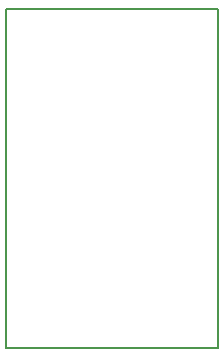
<source format=gbr>
G04 DipTrace 3.0.0.2*
G04 BoardOutline.gbr*
%MOIN*%
G04 #@! TF.FileFunction,Profile*
G04 #@! TF.Part,Single*
%ADD11C,0.005512*%
%FSLAX26Y26*%
G04*
G70*
G90*
G75*
G01*
G04 BoardOutline*
%LPD*%
X1098740Y1523937D2*
D11*
Y394016D1*
X394016D1*
Y1523937D1*
X1098740D1*
M02*

</source>
